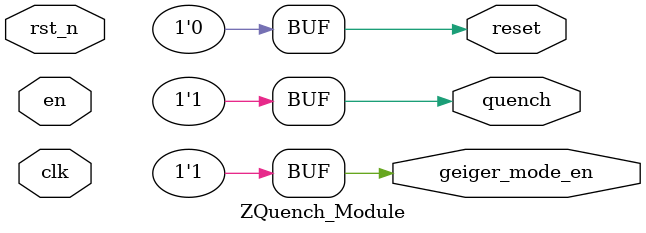
<source format=v>
`timescale 1ns / 1ps
module ZQuench_Module(
	input clk,
	input rst_n,
	input en,
	output geiger_mode_en,
	output quench,
	output reset
    );


reg rquench;
reg rreset;

//50MHz/1MHz/2=25
//50MHz/2MHz/2=12.5
//50MHz/10MHz/2=2.5 (2=>12.5MHz)
//50MHz/1KHz=50,000
//50MHz/10KHz/2=2500
//50MHz/100KHz/2=250
//1KHz generator.
reg [15:0] cnt_1KHz;
always @ (posedge clk or negedge rst_n)
if(!rst_n)
	cnt_1KHz<=16'd0;
else if(cnt_1KHz>=16'd50_000-1)
	cnt_1KHz<=16'd0;
else
	cnt_1KHz<=cnt_1KHz+1'b1;

//another counter to slow down 1KHz.
reg [2:0] counter;
always @ (posedge clk or negedge rst_n)
if(!rst_n)	begin
					counter<=3'd0;
				end
else if(cnt_1KHz>=16'd50_000-1)	begin
									counter<=counter+1'b1;
								end
//driven by Step i.
//quench=1, Vsapd=Vhvps-17.5V
//reset=1,	Vsapd=Vhvps
//				  _____
//quench	_____|     |_________________
//							  _____
//reset		_________________|     |_____
always @ (posedge clk or negedge rst_n)
if(!rst_n)	begin
				rreset<=1'b0;
				rquench<=1'b0;
			end
else 	begin
			case(counter)
				3'd0:			begin	rquench<=1'b0; rreset<=1'b0; end
				3'd1,3'd2: 		begin	rquench<=1'b1; rreset<=1'b0; end
				3'd3,3'd4: 		begin	rquench<=1'b0; rreset<=1'b0; end
				3'd5,3'd6: 		begin	rquench<=1'b0; rreset<=1'b1; end
				default: 		begin	rquench<=1'b0; rreset<=1'b0; end
			endcase
		end


//always Enable Geiger Mode.
assign geiger_mode_en=1'b1;

//for single step debug.
assign reset=1'b0;
assign quench=1'b1;

//for continuous running.
//assign reset=rreset;
//assign quench=rquench;

endmodule

</source>
